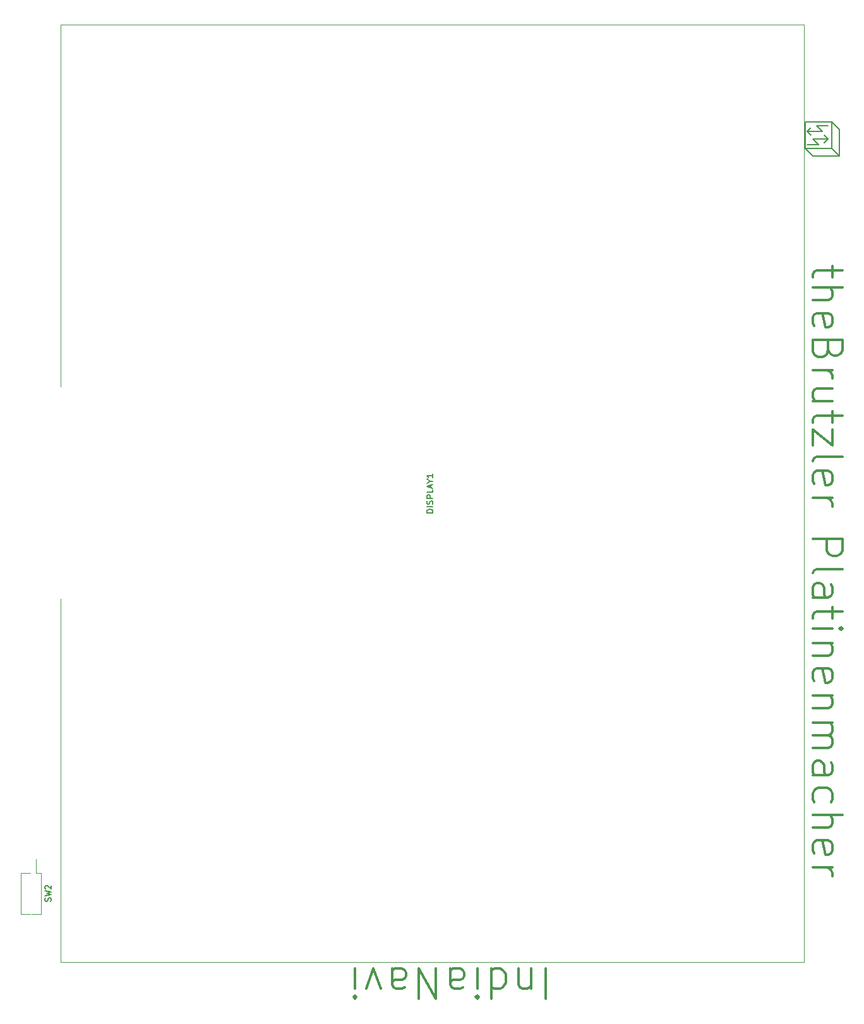
<source format=gbr>
%TF.GenerationSoftware,KiCad,Pcbnew,(5.99.0-10506-gb986797469)*%
%TF.CreationDate,2021-06-08T23:03:07+02:00*%
%TF.ProjectId,Navi_2_0,4e617669-5f32-45f3-902e-6b696361645f,rev?*%
%TF.SameCoordinates,Original*%
%TF.FileFunction,Legend,Top*%
%TF.FilePolarity,Positive*%
%FSLAX46Y46*%
G04 Gerber Fmt 4.6, Leading zero omitted, Abs format (unit mm)*
G04 Created by KiCad (PCBNEW (5.99.0-10506-gb986797469)) date 2021-06-08 23:03:07*
%MOMM*%
%LPD*%
G01*
G04 APERTURE LIST*
%ADD10C,0.120000*%
%ADD11C,0.300000*%
%ADD12C,0.150000*%
G04 APERTURE END LIST*
D10*
X39600000Y-100900000D02*
X39600000Y-52400000D01*
X39600000Y-178000000D02*
X39600000Y-129300000D01*
X39600000Y-52400000D02*
X139200000Y-52400000D01*
X139200000Y-178000000D02*
X39600000Y-178000000D01*
X139200000Y-52400000D02*
X139200000Y-178000000D01*
D11*
X143057142Y-84742857D02*
X143057142Y-86266666D01*
X144390476Y-85314285D02*
X140961904Y-85314285D01*
X140580952Y-85504761D01*
X140390476Y-85885714D01*
X140390476Y-86266666D01*
X140390476Y-87599999D02*
X144390476Y-87599999D01*
X140390476Y-89314285D02*
X142485714Y-89314285D01*
X142866666Y-89123809D01*
X143057142Y-88742857D01*
X143057142Y-88171428D01*
X142866666Y-87790476D01*
X142676190Y-87599999D01*
X140580952Y-92742857D02*
X140390476Y-92361904D01*
X140390476Y-91599999D01*
X140580952Y-91219047D01*
X140961904Y-91028571D01*
X142485714Y-91028571D01*
X142866666Y-91219047D01*
X143057142Y-91599999D01*
X143057142Y-92361904D01*
X142866666Y-92742857D01*
X142485714Y-92933333D01*
X142104761Y-92933333D01*
X141723809Y-91028571D01*
X142485714Y-95980952D02*
X142295238Y-96552380D01*
X142104761Y-96742857D01*
X141723809Y-96933333D01*
X141152380Y-96933333D01*
X140771428Y-96742857D01*
X140580952Y-96552380D01*
X140390476Y-96171428D01*
X140390476Y-94647619D01*
X144390476Y-94647619D01*
X144390476Y-95980952D01*
X144200000Y-96361904D01*
X144009523Y-96552380D01*
X143628571Y-96742857D01*
X143247619Y-96742857D01*
X142866666Y-96552380D01*
X142676190Y-96361904D01*
X142485714Y-95980952D01*
X142485714Y-94647619D01*
X140390476Y-98647619D02*
X143057142Y-98647619D01*
X142295238Y-98647619D02*
X142676190Y-98838095D01*
X142866666Y-99028571D01*
X143057142Y-99409523D01*
X143057142Y-99790476D01*
X143057142Y-102838095D02*
X140390476Y-102838095D01*
X143057142Y-101123809D02*
X140961904Y-101123809D01*
X140580952Y-101314285D01*
X140390476Y-101695238D01*
X140390476Y-102266666D01*
X140580952Y-102647619D01*
X140771428Y-102838095D01*
X143057142Y-104171428D02*
X143057142Y-105695238D01*
X144390476Y-104742857D02*
X140961904Y-104742857D01*
X140580952Y-104933333D01*
X140390476Y-105314285D01*
X140390476Y-105695238D01*
X143057142Y-106647619D02*
X143057142Y-108742857D01*
X140390476Y-106647619D01*
X140390476Y-108742857D01*
X140390476Y-110838095D02*
X140580952Y-110457142D01*
X140961904Y-110266666D01*
X144390476Y-110266666D01*
X140580952Y-113885714D02*
X140390476Y-113504761D01*
X140390476Y-112742857D01*
X140580952Y-112361904D01*
X140961904Y-112171428D01*
X142485714Y-112171428D01*
X142866666Y-112361904D01*
X143057142Y-112742857D01*
X143057142Y-113504761D01*
X142866666Y-113885714D01*
X142485714Y-114076190D01*
X142104761Y-114076190D01*
X141723809Y-112171428D01*
X140390476Y-115790476D02*
X143057142Y-115790476D01*
X142295238Y-115790476D02*
X142676190Y-115980952D01*
X142866666Y-116171428D01*
X143057142Y-116552380D01*
X143057142Y-116933333D01*
X140390476Y-121314285D02*
X144390476Y-121314285D01*
X144390476Y-122838095D01*
X144200000Y-123219047D01*
X144009523Y-123409523D01*
X143628571Y-123599999D01*
X143057142Y-123599999D01*
X142676190Y-123409523D01*
X142485714Y-123219047D01*
X142295238Y-122838095D01*
X142295238Y-121314285D01*
X140390476Y-125885714D02*
X140580952Y-125504761D01*
X140961904Y-125314285D01*
X144390476Y-125314285D01*
X140390476Y-129123809D02*
X142485714Y-129123809D01*
X142866666Y-128933333D01*
X143057142Y-128552380D01*
X143057142Y-127790476D01*
X142866666Y-127409523D01*
X140580952Y-129123809D02*
X140390476Y-128742857D01*
X140390476Y-127790476D01*
X140580952Y-127409523D01*
X140961904Y-127219047D01*
X141342857Y-127219047D01*
X141723809Y-127409523D01*
X141914285Y-127790476D01*
X141914285Y-128742857D01*
X142104761Y-129123809D01*
X143057142Y-130457142D02*
X143057142Y-131980952D01*
X144390476Y-131028571D02*
X140961904Y-131028571D01*
X140580952Y-131219047D01*
X140390476Y-131599999D01*
X140390476Y-131980952D01*
X140390476Y-133314285D02*
X143057142Y-133314285D01*
X144390476Y-133314285D02*
X144200000Y-133123809D01*
X144009523Y-133314285D01*
X144200000Y-133504761D01*
X144390476Y-133314285D01*
X144009523Y-133314285D01*
X143057142Y-135219047D02*
X140390476Y-135219047D01*
X142676190Y-135219047D02*
X142866666Y-135409523D01*
X143057142Y-135790476D01*
X143057142Y-136361904D01*
X142866666Y-136742857D01*
X142485714Y-136933333D01*
X140390476Y-136933333D01*
X140580952Y-140361904D02*
X140390476Y-139980952D01*
X140390476Y-139219047D01*
X140580952Y-138838095D01*
X140961904Y-138647619D01*
X142485714Y-138647619D01*
X142866666Y-138838095D01*
X143057142Y-139219047D01*
X143057142Y-139980952D01*
X142866666Y-140361904D01*
X142485714Y-140552380D01*
X142104761Y-140552380D01*
X141723809Y-138647619D01*
X143057142Y-142266666D02*
X140390476Y-142266666D01*
X142676190Y-142266666D02*
X142866666Y-142457142D01*
X143057142Y-142838095D01*
X143057142Y-143409523D01*
X142866666Y-143790476D01*
X142485714Y-143980952D01*
X140390476Y-143980952D01*
X140390476Y-145885714D02*
X143057142Y-145885714D01*
X142676190Y-145885714D02*
X142866666Y-146076190D01*
X143057142Y-146457142D01*
X143057142Y-147028571D01*
X142866666Y-147409523D01*
X142485714Y-147599999D01*
X140390476Y-147599999D01*
X142485714Y-147599999D02*
X142866666Y-147790476D01*
X143057142Y-148171428D01*
X143057142Y-148742857D01*
X142866666Y-149123809D01*
X142485714Y-149314285D01*
X140390476Y-149314285D01*
X140390476Y-152933333D02*
X142485714Y-152933333D01*
X142866666Y-152742857D01*
X143057142Y-152361904D01*
X143057142Y-151599999D01*
X142866666Y-151219047D01*
X140580952Y-152933333D02*
X140390476Y-152552380D01*
X140390476Y-151599999D01*
X140580952Y-151219047D01*
X140961904Y-151028571D01*
X141342857Y-151028571D01*
X141723809Y-151219047D01*
X141914285Y-151599999D01*
X141914285Y-152552380D01*
X142104761Y-152933333D01*
X140580952Y-156552380D02*
X140390476Y-156171428D01*
X140390476Y-155409523D01*
X140580952Y-155028571D01*
X140771428Y-154838095D01*
X141152380Y-154647619D01*
X142295238Y-154647619D01*
X142676190Y-154838095D01*
X142866666Y-155028571D01*
X143057142Y-155409523D01*
X143057142Y-156171428D01*
X142866666Y-156552380D01*
X140390476Y-158266666D02*
X144390476Y-158266666D01*
X140390476Y-159980952D02*
X142485714Y-159980952D01*
X142866666Y-159790476D01*
X143057142Y-159409523D01*
X143057142Y-158838095D01*
X142866666Y-158457142D01*
X142676190Y-158266666D01*
X140580952Y-163409523D02*
X140390476Y-163028571D01*
X140390476Y-162266666D01*
X140580952Y-161885714D01*
X140961904Y-161695238D01*
X142485714Y-161695238D01*
X142866666Y-161885714D01*
X143057142Y-162266666D01*
X143057142Y-163028571D01*
X142866666Y-163409523D01*
X142485714Y-163599999D01*
X142104761Y-163599999D01*
X141723809Y-161695238D01*
X140390476Y-165314285D02*
X143057142Y-165314285D01*
X142295238Y-165314285D02*
X142676190Y-165504761D01*
X142866666Y-165695238D01*
X143057142Y-166076190D01*
X143057142Y-166457142D01*
X104561904Y-178890476D02*
X104561904Y-182890476D01*
X102657142Y-181557142D02*
X102657142Y-178890476D01*
X102657142Y-181176190D02*
X102466666Y-181366666D01*
X102085714Y-181557142D01*
X101514285Y-181557142D01*
X101133333Y-181366666D01*
X100942857Y-180985714D01*
X100942857Y-178890476D01*
X97323809Y-178890476D02*
X97323809Y-182890476D01*
X97323809Y-179080952D02*
X97704761Y-178890476D01*
X98466666Y-178890476D01*
X98847619Y-179080952D01*
X99038095Y-179271428D01*
X99228571Y-179652380D01*
X99228571Y-180795238D01*
X99038095Y-181176190D01*
X98847619Y-181366666D01*
X98466666Y-181557142D01*
X97704761Y-181557142D01*
X97323809Y-181366666D01*
X95419047Y-178890476D02*
X95419047Y-181557142D01*
X95419047Y-182890476D02*
X95609523Y-182700000D01*
X95419047Y-182509523D01*
X95228571Y-182700000D01*
X95419047Y-182890476D01*
X95419047Y-182509523D01*
X91800000Y-178890476D02*
X91800000Y-180985714D01*
X91990476Y-181366666D01*
X92371428Y-181557142D01*
X93133333Y-181557142D01*
X93514285Y-181366666D01*
X91800000Y-179080952D02*
X92180952Y-178890476D01*
X93133333Y-178890476D01*
X93514285Y-179080952D01*
X93704761Y-179461904D01*
X93704761Y-179842857D01*
X93514285Y-180223809D01*
X93133333Y-180414285D01*
X92180952Y-180414285D01*
X91800000Y-180604761D01*
X89895238Y-178890476D02*
X89895238Y-182890476D01*
X87609523Y-178890476D01*
X87609523Y-182890476D01*
X83990476Y-178890476D02*
X83990476Y-180985714D01*
X84180952Y-181366666D01*
X84561904Y-181557142D01*
X85323809Y-181557142D01*
X85704761Y-181366666D01*
X83990476Y-179080952D02*
X84371428Y-178890476D01*
X85323809Y-178890476D01*
X85704761Y-179080952D01*
X85895238Y-179461904D01*
X85895238Y-179842857D01*
X85704761Y-180223809D01*
X85323809Y-180414285D01*
X84371428Y-180414285D01*
X83990476Y-180604761D01*
X82466666Y-181557142D02*
X81514285Y-178890476D01*
X80561904Y-181557142D01*
X79038095Y-178890476D02*
X79038095Y-181557142D01*
X79038095Y-182890476D02*
X79228571Y-182700000D01*
X79038095Y-182509523D01*
X78847619Y-182700000D01*
X79038095Y-182890476D01*
X79038095Y-182509523D01*
D12*
%TO.C,DISPLAY1*%
X89461904Y-117771428D02*
X88661904Y-117771428D01*
X88661904Y-117580952D01*
X88700000Y-117466666D01*
X88776190Y-117390476D01*
X88852380Y-117352380D01*
X89004761Y-117314285D01*
X89119047Y-117314285D01*
X89271428Y-117352380D01*
X89347619Y-117390476D01*
X89423809Y-117466666D01*
X89461904Y-117580952D01*
X89461904Y-117771428D01*
X89461904Y-116971428D02*
X88661904Y-116971428D01*
X89423809Y-116628571D02*
X89461904Y-116514285D01*
X89461904Y-116323809D01*
X89423809Y-116247619D01*
X89385714Y-116209523D01*
X89309523Y-116171428D01*
X89233333Y-116171428D01*
X89157142Y-116209523D01*
X89119047Y-116247619D01*
X89080952Y-116323809D01*
X89042857Y-116476190D01*
X89004761Y-116552380D01*
X88966666Y-116590476D01*
X88890476Y-116628571D01*
X88814285Y-116628571D01*
X88738095Y-116590476D01*
X88700000Y-116552380D01*
X88661904Y-116476190D01*
X88661904Y-116285714D01*
X88700000Y-116171428D01*
X89461904Y-115828571D02*
X88661904Y-115828571D01*
X88661904Y-115523809D01*
X88700000Y-115447619D01*
X88738095Y-115409523D01*
X88814285Y-115371428D01*
X88928571Y-115371428D01*
X89004761Y-115409523D01*
X89042857Y-115447619D01*
X89080952Y-115523809D01*
X89080952Y-115828571D01*
X89461904Y-114647619D02*
X89461904Y-115028571D01*
X88661904Y-115028571D01*
X89233333Y-114419047D02*
X89233333Y-114038095D01*
X89461904Y-114495238D02*
X88661904Y-114228571D01*
X89461904Y-113961904D01*
X89080952Y-113542857D02*
X89461904Y-113542857D01*
X88661904Y-113809523D02*
X89080952Y-113542857D01*
X88661904Y-113276190D01*
X89461904Y-112590476D02*
X89461904Y-113047619D01*
X89461904Y-112819047D02*
X88661904Y-112819047D01*
X88776190Y-112895238D01*
X88852380Y-112971428D01*
X88890476Y-113047619D01*
%TO.C,SW2*%
X38253809Y-169866666D02*
X38291904Y-169752380D01*
X38291904Y-169561904D01*
X38253809Y-169485714D01*
X38215714Y-169447619D01*
X38139523Y-169409523D01*
X38063333Y-169409523D01*
X37987142Y-169447619D01*
X37949047Y-169485714D01*
X37910952Y-169561904D01*
X37872857Y-169714285D01*
X37834761Y-169790476D01*
X37796666Y-169828571D01*
X37720476Y-169866666D01*
X37644285Y-169866666D01*
X37568095Y-169828571D01*
X37530000Y-169790476D01*
X37491904Y-169714285D01*
X37491904Y-169523809D01*
X37530000Y-169409523D01*
X37491904Y-169142857D02*
X38291904Y-168952380D01*
X37720476Y-168800000D01*
X38291904Y-168647619D01*
X37491904Y-168457142D01*
X37568095Y-168190476D02*
X37530000Y-168152380D01*
X37491904Y-168076190D01*
X37491904Y-167885714D01*
X37530000Y-167809523D01*
X37568095Y-167771428D01*
X37644285Y-167733333D01*
X37720476Y-167733333D01*
X37834761Y-167771428D01*
X38291904Y-168228571D01*
X38291904Y-167733333D01*
D10*
X36930000Y-166040000D02*
X36280000Y-166040000D01*
X35539000Y-171560000D02*
X34270000Y-171560000D01*
X36930000Y-166040000D02*
X36930000Y-171560000D01*
X36930000Y-171560000D02*
X35661000Y-171560000D01*
X35539000Y-166040000D02*
X34270000Y-166040000D01*
X34270000Y-166040000D02*
X34270000Y-171560000D01*
X36280000Y-164190000D02*
X36280000Y-166040000D01*
D12*
%TO.C,SM3*%
X142956000Y-68956000D02*
X143972000Y-69972000D01*
X139400000Y-68956000D02*
X142956000Y-68956000D01*
X139654000Y-66670000D02*
X140162000Y-66162000D01*
X141178000Y-68448000D02*
X140416000Y-67686000D01*
X143972000Y-66416000D02*
X142956000Y-65400000D01*
X140543000Y-65400000D02*
X139400000Y-65400000D01*
X140416000Y-69972000D02*
X143972000Y-69972000D01*
X143972000Y-69972000D02*
X142956000Y-68956000D01*
X142956000Y-68956000D02*
X142956000Y-65400000D01*
X141686000Y-66670000D02*
X139654000Y-66670000D01*
X142448000Y-67686000D02*
X141940000Y-67178000D01*
X139400000Y-68956000D02*
X140416000Y-69972000D01*
X139400000Y-65400000D02*
X139400000Y-68956000D01*
X142448000Y-65908000D02*
X140924000Y-65908000D01*
X139654000Y-66670000D02*
X140162000Y-67178000D01*
X142448000Y-67686000D02*
X141940000Y-68194000D01*
X143972000Y-69972000D02*
X143972000Y-66416000D01*
X140924000Y-65908000D02*
X141686000Y-66670000D01*
X140416000Y-67686000D02*
X142448000Y-67686000D01*
X139654000Y-68448000D02*
X141178000Y-68448000D01*
X142956000Y-65400000D02*
X140543000Y-65400000D01*
%TD*%
M02*

</source>
